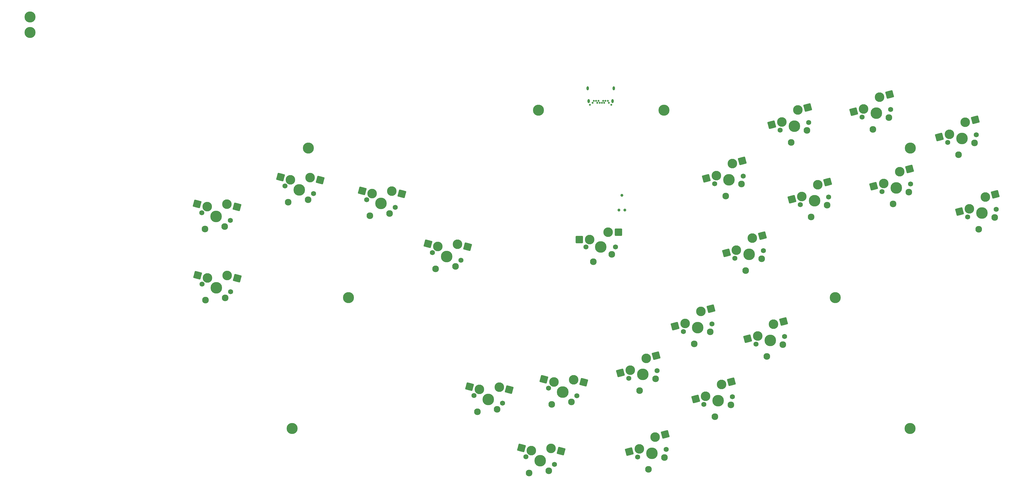
<source format=gbs>
G04 #@! TF.GenerationSoftware,KiCad,Pcbnew,(7.0.0)*
G04 #@! TF.CreationDate,2023-04-19T14:41:35-07:00*
G04 #@! TF.ProjectId,OpenRectangle,4f70656e-5265-4637-9461-6e676c652e6b,rev?*
G04 #@! TF.SameCoordinates,Original*
G04 #@! TF.FileFunction,Soldermask,Bot*
G04 #@! TF.FilePolarity,Negative*
%FSLAX46Y46*%
G04 Gerber Fmt 4.6, Leading zero omitted, Abs format (unit mm)*
G04 Created by KiCad (PCBNEW (7.0.0)) date 2023-04-19 14:41:35*
%MOMM*%
%LPD*%
G01*
G04 APERTURE LIST*
G04 Aperture macros list*
%AMRoundRect*
0 Rectangle with rounded corners*
0 $1 Rounding radius*
0 $2 $3 $4 $5 $6 $7 $8 $9 X,Y pos of 4 corners*
0 Add a 4 corners polygon primitive as box body*
4,1,4,$2,$3,$4,$5,$6,$7,$8,$9,$2,$3,0*
0 Add four circle primitives for the rounded corners*
1,1,$1+$1,$2,$3*
1,1,$1+$1,$4,$5*
1,1,$1+$1,$6,$7*
1,1,$1+$1,$8,$9*
0 Add four rect primitives between the rounded corners*
20,1,$1+$1,$2,$3,$4,$5,0*
20,1,$1+$1,$4,$5,$6,$7,0*
20,1,$1+$1,$6,$7,$8,$9,0*
20,1,$1+$1,$8,$9,$2,$3,0*%
G04 Aperture macros list end*
%ADD10C,3.800000*%
%ADD11C,1.750000*%
%ADD12C,3.987800*%
%ADD13C,2.300000*%
%ADD14C,3.300000*%
%ADD15RoundRect,0.250000X1.248893X0.700636X-0.731255X1.231215X-1.248893X-0.700636X0.731255X-1.231215X0*%
%ADD16C,0.990600*%
%ADD17C,0.650000*%
%ADD18O,0.800000X1.400000*%
%ADD19RoundRect,0.250000X0.731255X1.231215X-1.248893X0.700636X-0.731255X-1.231215X1.248893X-0.700636X0*%
%ADD20RoundRect,0.250000X1.025000X1.000000X-1.025000X1.000000X-1.025000X-1.000000X1.025000X-1.000000X0*%
G04 APERTURE END LIST*
D10*
X2175000Y-7525000D03*
X2175000Y-2175000D03*
D11*
X180566194Y-129950398D03*
D12*
X185473097Y-131265199D03*
D11*
X190380000Y-132580000D03*
D13*
X188495874Y-134704751D03*
X181704845Y-135514702D03*
X62571074Y-99651655D03*
X69362103Y-98841704D03*
D11*
X71246229Y-96716953D03*
D12*
X66339326Y-95402152D03*
D11*
X61432423Y-94087351D03*
D10*
X279275000Y-98760000D03*
X305060000Y-47313383D03*
D11*
X327742471Y-42697106D03*
D12*
X322835568Y-44011907D03*
D11*
X317928665Y-45326708D03*
D13*
X327173146Y-45479258D03*
X321696917Y-49576211D03*
D11*
X254489870Y-82578572D03*
D12*
X249582967Y-83893373D03*
D11*
X244676064Y-85208174D03*
D13*
X253920545Y-85360724D03*
X248444316Y-89457677D03*
D11*
X305158570Y-59663744D03*
D12*
X300251667Y-60978545D03*
D11*
X295344764Y-62293346D03*
D13*
X304589245Y-62445896D03*
X299113016Y-66542849D03*
D11*
X261782026Y-112162746D03*
D12*
X256875123Y-113477547D03*
D11*
X251968220Y-114792348D03*
D13*
X261212701Y-114944898D03*
X255736472Y-119041851D03*
D10*
X111765000Y-98760000D03*
D11*
X127836345Y-67688339D03*
D12*
X122929442Y-66373538D03*
D11*
X118022539Y-65058737D03*
D13*
X125952219Y-69813090D03*
X119161190Y-70623041D03*
D11*
X182618206Y-156222187D03*
D12*
X177711303Y-154907386D03*
D11*
X172804400Y-153592585D03*
D13*
X180734080Y-158346938D03*
X173943051Y-159156889D03*
D11*
X71102880Y-72186923D03*
D12*
X66195977Y-70872122D03*
D11*
X61289074Y-69557321D03*
D13*
X69218754Y-74311674D03*
X62427725Y-75121625D03*
D11*
X298262576Y-33994532D03*
D12*
X293355673Y-35309333D03*
D11*
X288448770Y-36624134D03*
D13*
X297693251Y-36776684D03*
X292217022Y-40873637D03*
D11*
X276999756Y-64128928D03*
D12*
X272092853Y-65443729D03*
D11*
X267185950Y-66758530D03*
D13*
X276430431Y-66911080D03*
X270954202Y-71008033D03*
D11*
X217983085Y-123898637D03*
D12*
X213076182Y-125213438D03*
D11*
X208169279Y-126528239D03*
D13*
X217413760Y-126680789D03*
X211937531Y-130777742D03*
D10*
X92395000Y-143800000D03*
D11*
X203658500Y-81326866D03*
D12*
X198578500Y-81326866D03*
D11*
X193498500Y-81326866D03*
D13*
X202388500Y-83866866D03*
X196038500Y-86406866D03*
D14*
X70070000Y-91180000D03*
D15*
X73499037Y-92098808D03*
X59849934Y-91071143D03*
D14*
X63278971Y-91989951D03*
D11*
X61394845Y-94114702D03*
D12*
X66301748Y-95429503D03*
D11*
X71208651Y-96744304D03*
X247594135Y-56910326D03*
D12*
X242687232Y-58225127D03*
D11*
X237780329Y-59539928D03*
D13*
X247024810Y-59692478D03*
X241548581Y-63789431D03*
D11*
X236815468Y-107794159D03*
D12*
X231908565Y-109108960D03*
D11*
X227001662Y-110423761D03*
D13*
X236246143Y-110576311D03*
X230769914Y-114673264D03*
D11*
X164784598Y-135118417D03*
D12*
X159877695Y-133803616D03*
D11*
X154970792Y-132488815D03*
D13*
X162900472Y-137243168D03*
X156109443Y-138053119D03*
D11*
X150458438Y-85927864D03*
D12*
X145551535Y-84613063D03*
D11*
X140644632Y-83298262D03*
D13*
X148574312Y-88052615D03*
X141783283Y-88862566D03*
D10*
X98000000Y-47313383D03*
D11*
X270103762Y-38459716D03*
D12*
X265196859Y-39774517D03*
D11*
X260289956Y-41089318D03*
D13*
X269534437Y-41241868D03*
X264058208Y-45338821D03*
D11*
X99741012Y-62982380D03*
D12*
X94834109Y-61667579D03*
D11*
X89927206Y-60352778D03*
D13*
X97856886Y-65107131D03*
X91065857Y-65917082D03*
D16*
X205850000Y-63580000D03*
X206866000Y-68660000D03*
X204834000Y-68660000D03*
D10*
X304995000Y-143800000D03*
D11*
X221054357Y-151021034D03*
D12*
X216147454Y-152335835D03*
D11*
X211240551Y-153650636D03*
D13*
X220485032Y-153803186D03*
X215008803Y-157900139D03*
D11*
X243886740Y-132916556D03*
D12*
X238979837Y-134231357D03*
D11*
X234072934Y-135546158D03*
D13*
X243317415Y-135698708D03*
X237841186Y-139795661D03*
D10*
X220290000Y-34240000D03*
X177100000Y-34240000D03*
D11*
X334638465Y-68366318D03*
D12*
X329731562Y-69681119D03*
D11*
X324824659Y-70995920D03*
D13*
X334069140Y-71148470D03*
X328592911Y-75245423D03*
D11*
X190385554Y-132579105D03*
D12*
X185478651Y-131264304D03*
D11*
X180571748Y-129949503D03*
D14*
X182455874Y-127824752D03*
D15*
X179026837Y-126905944D03*
X192675940Y-127933609D03*
D14*
X189246903Y-127014801D03*
D17*
X202178500Y-32360000D03*
X194828500Y-32360000D03*
X195778500Y-31710000D03*
X196178500Y-31010000D03*
X196978500Y-31010000D03*
X197378500Y-31710000D03*
X197778500Y-31010000D03*
X198178500Y-31710000D03*
X198978500Y-31710000D03*
X199378500Y-31010000D03*
X199778500Y-31710000D03*
X200178500Y-31010000D03*
X200978500Y-31010000D03*
X201378500Y-31710000D03*
D18*
X203068499Y-26719999D03*
X202633499Y-31109999D03*
X194373499Y-31109999D03*
X194088499Y-26719999D03*
D11*
X71102880Y-72186923D03*
D12*
X66195977Y-70872122D03*
D11*
X61289074Y-69557321D03*
D14*
X63173200Y-67432570D03*
D15*
X59744163Y-66513762D03*
X73393266Y-67541427D03*
D14*
X69964229Y-66622619D03*
D11*
X247594135Y-56910326D03*
D12*
X242687232Y-58225127D03*
D11*
X237780329Y-59539928D03*
D14*
X238349654Y-56757776D03*
D19*
X234920618Y-57676584D03*
X247254920Y-51742016D03*
D14*
X243825883Y-52660823D03*
D11*
X254489870Y-82578572D03*
D12*
X249582967Y-83893373D03*
D11*
X244676064Y-85208174D03*
D14*
X245245389Y-82426022D03*
D19*
X241816353Y-83344830D03*
X254150655Y-77410262D03*
D14*
X250721618Y-78329069D03*
D11*
X203658500Y-81326866D03*
D12*
X198578500Y-81326866D03*
D11*
X193498500Y-81326866D03*
D14*
X194768500Y-78786866D03*
D20*
X191218500Y-78786866D03*
X204668500Y-76246866D03*
D14*
X201118500Y-76246866D03*
D11*
X217983085Y-123898637D03*
D12*
X213076182Y-125213438D03*
D11*
X208169279Y-126528239D03*
D14*
X208738604Y-123746087D03*
D19*
X205309568Y-124664895D03*
X217643870Y-118730327D03*
D14*
X214214833Y-119649134D03*
D11*
X99741012Y-62982380D03*
D12*
X94834109Y-61667579D03*
D11*
X89927206Y-60352778D03*
D14*
X91811332Y-58228027D03*
D15*
X88382295Y-57309219D03*
X102031398Y-58336884D03*
D14*
X98602361Y-57418076D03*
D11*
X261782026Y-112162746D03*
D12*
X256875123Y-113477547D03*
D11*
X251968220Y-114792348D03*
D14*
X252537545Y-112010196D03*
D19*
X249108509Y-112929004D03*
X261442811Y-106994436D03*
D14*
X258013774Y-107913243D03*
D11*
X150458438Y-85927864D03*
D12*
X145551535Y-84613063D03*
D11*
X140644632Y-83298262D03*
D14*
X142528758Y-81173511D03*
D15*
X139099721Y-80254703D03*
X152748824Y-81282368D03*
D14*
X149319787Y-80363560D03*
D11*
X270103762Y-38459716D03*
D12*
X265196859Y-39774517D03*
D11*
X260289956Y-41089318D03*
D14*
X260859281Y-38307166D03*
D19*
X257430245Y-39225974D03*
X269764547Y-33291406D03*
D14*
X266335510Y-34210213D03*
D11*
X127836345Y-67688339D03*
D12*
X122929442Y-66373538D03*
D11*
X118022539Y-65058737D03*
D14*
X119906665Y-62933986D03*
D15*
X116477628Y-62015178D03*
X130126731Y-63042843D03*
D14*
X126697694Y-62124035D03*
D11*
X221054357Y-151021034D03*
D12*
X216147454Y-152335835D03*
D11*
X211240551Y-153650636D03*
D14*
X211809876Y-150868484D03*
D19*
X208380840Y-151787292D03*
X220715142Y-145852724D03*
D14*
X217286105Y-146771531D03*
D11*
X182618206Y-156222187D03*
D12*
X177711303Y-154907386D03*
D11*
X172804400Y-153592585D03*
D14*
X174688526Y-151467834D03*
D15*
X171259489Y-150549026D03*
X184908592Y-151576691D03*
D14*
X181479555Y-150657883D03*
D11*
X164784598Y-135118417D03*
D12*
X159877695Y-133803616D03*
D11*
X154970792Y-132488815D03*
D14*
X156854918Y-130364064D03*
D15*
X153425881Y-129445256D03*
X167074984Y-130472921D03*
D14*
X163645947Y-129554113D03*
D11*
X305158570Y-59663744D03*
D12*
X300251667Y-60978545D03*
D11*
X295344764Y-62293346D03*
D14*
X295914089Y-59511194D03*
D19*
X292485053Y-60430002D03*
X304819355Y-54495434D03*
D14*
X301390318Y-55414241D03*
D11*
X327742471Y-42697106D03*
D12*
X322835568Y-44011907D03*
D11*
X317928665Y-45326708D03*
D14*
X318497990Y-42544556D03*
D19*
X315068954Y-43463364D03*
X327403256Y-37528796D03*
D14*
X323974219Y-38447603D03*
D11*
X243886740Y-132916556D03*
D12*
X238979837Y-134231357D03*
D11*
X234072934Y-135546158D03*
D14*
X234642259Y-132764006D03*
D19*
X231213223Y-133682814D03*
X243547525Y-127748246D03*
D14*
X240118488Y-128667053D03*
D11*
X276999756Y-64128928D03*
D12*
X272092853Y-65443729D03*
D11*
X267185950Y-66758530D03*
D14*
X267755275Y-63976378D03*
D19*
X264326239Y-64895186D03*
X276660541Y-58960618D03*
D14*
X273231504Y-59879425D03*
D11*
X334638465Y-68366318D03*
D12*
X329731562Y-69681119D03*
D11*
X324824659Y-70995920D03*
D14*
X325393984Y-68213768D03*
D19*
X321964948Y-69132576D03*
X334299250Y-63198008D03*
D14*
X330870213Y-64116815D03*
D11*
X298262576Y-33994532D03*
D12*
X293355673Y-35309333D03*
D11*
X288448770Y-36624134D03*
D14*
X289018095Y-33841982D03*
D19*
X285589059Y-34760790D03*
X297923361Y-28826222D03*
D14*
X294494324Y-29745029D03*
D11*
X236815468Y-107794159D03*
D12*
X231908565Y-109108960D03*
D11*
X227001662Y-110423761D03*
D14*
X227570987Y-107641609D03*
D19*
X224141951Y-108560417D03*
X236476253Y-102625849D03*
D14*
X233047216Y-103544656D03*
M02*

</source>
